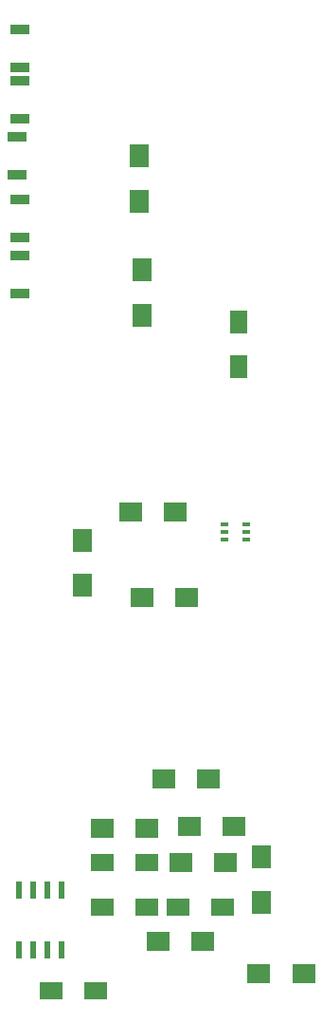
<source format=gtp>
G04 #@! TF.FileFunction,Paste,Top*
%FSLAX46Y46*%
G04 Gerber Fmt 4.6, Leading zero omitted, Abs format (unit mm)*
G04 Created by KiCad (PCBNEW 4.0.4-stable) date 08/15/17 20:15:11*
%MOMM*%
%LPD*%
G01*
G04 APERTURE LIST*
%ADD10C,0.100000*%
%ADD11R,2.000000X1.600000*%
%ADD12R,2.000000X1.700000*%
%ADD13R,1.700000X2.000000*%
%ADD14R,1.600000X2.000000*%
%ADD15R,1.700000X0.900000*%
%ADD16R,0.750000X0.400000*%
%ADD17R,0.600000X1.550000*%
G04 APERTURE END LIST*
D10*
D11*
X129000000Y-146000000D03*
X125000000Y-146000000D03*
X131750000Y-146000000D03*
X135750000Y-146000000D03*
X125000000Y-142000000D03*
X129000000Y-142000000D03*
D12*
X130000000Y-149000000D03*
X134000000Y-149000000D03*
X132000000Y-142000000D03*
X136000000Y-142000000D03*
D13*
X123250000Y-113250000D03*
X123250000Y-117250000D03*
X139250000Y-145500000D03*
X139250000Y-141500000D03*
D12*
X129000000Y-138900000D03*
X125000000Y-138900000D03*
X132800000Y-138800000D03*
X136800000Y-138800000D03*
D11*
X120400000Y-153400000D03*
X124400000Y-153400000D03*
D14*
X137200000Y-97800000D03*
X137200000Y-93800000D03*
D13*
X128270000Y-83026000D03*
X128270000Y-79026000D03*
D12*
X131540000Y-110744000D03*
X127540000Y-110744000D03*
D13*
X128524000Y-93186000D03*
X128524000Y-89186000D03*
D12*
X132556000Y-118364000D03*
X128556000Y-118364000D03*
D15*
X117400000Y-80700000D03*
X117400000Y-77300000D03*
X117600000Y-75700000D03*
X117600000Y-72300000D03*
X117600000Y-67700000D03*
X117600000Y-71100000D03*
X117600000Y-91300000D03*
X117600000Y-87900000D03*
X117600000Y-82900000D03*
X117600000Y-86300000D03*
D16*
X135956000Y-112522000D03*
X137856000Y-113172000D03*
X137856000Y-111872000D03*
X137856000Y-112522000D03*
X135956000Y-111872000D03*
X135956000Y-113172000D03*
D17*
X117595000Y-149800000D03*
X118865000Y-149800000D03*
X120135000Y-149800000D03*
X121405000Y-149800000D03*
X121405000Y-144400000D03*
X120135000Y-144400000D03*
X118865000Y-144400000D03*
X117595000Y-144400000D03*
D12*
X139000000Y-151900000D03*
X143000000Y-151900000D03*
X130500000Y-134500000D03*
X134500000Y-134500000D03*
M02*

</source>
